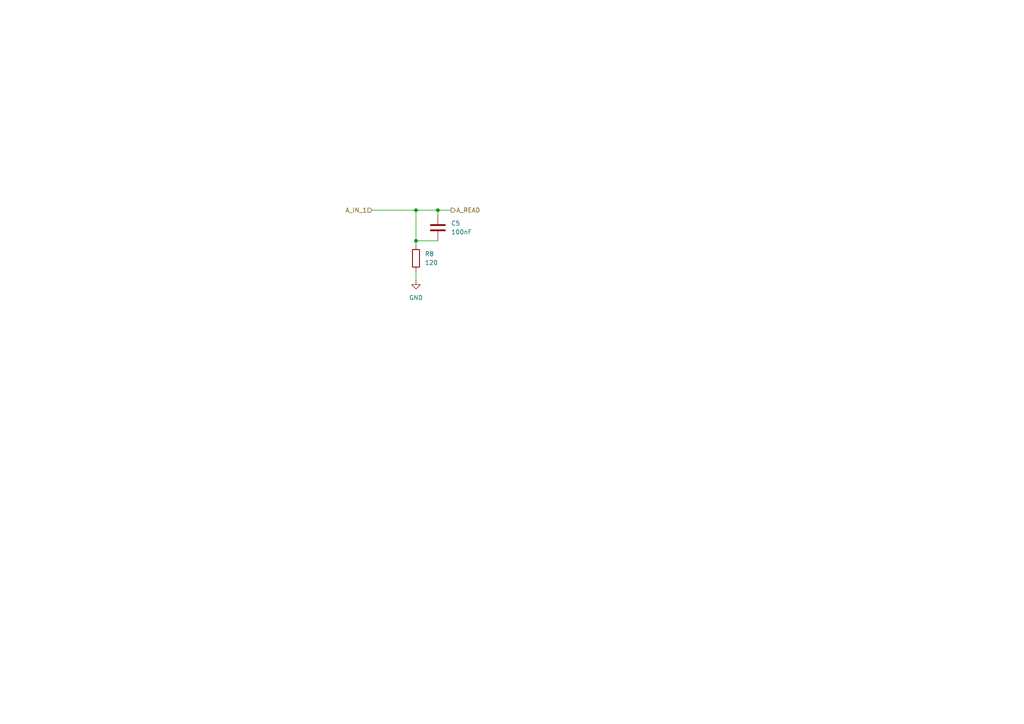
<source format=kicad_sch>
(kicad_sch
	(version 20250114)
	(generator "eeschema")
	(generator_version "9.0")
	(uuid "5cf50800-1ca6-49e1-904e-66de7002e260")
	(paper "A4")
	(lib_symbols
		(symbol "Device:C"
			(pin_numbers
				(hide yes)
			)
			(pin_names
				(offset 0.254)
			)
			(exclude_from_sim no)
			(in_bom yes)
			(on_board yes)
			(property "Reference" "C"
				(at 0.635 2.54 0)
				(effects
					(font
						(size 1.27 1.27)
					)
					(justify left)
				)
			)
			(property "Value" "C"
				(at 0.635 -2.54 0)
				(effects
					(font
						(size 1.27 1.27)
					)
					(justify left)
				)
			)
			(property "Footprint" ""
				(at 0.9652 -3.81 0)
				(effects
					(font
						(size 1.27 1.27)
					)
					(hide yes)
				)
			)
			(property "Datasheet" "~"
				(at 0 0 0)
				(effects
					(font
						(size 1.27 1.27)
					)
					(hide yes)
				)
			)
			(property "Description" "Unpolarized capacitor"
				(at 0 0 0)
				(effects
					(font
						(size 1.27 1.27)
					)
					(hide yes)
				)
			)
			(property "ki_keywords" "cap capacitor"
				(at 0 0 0)
				(effects
					(font
						(size 1.27 1.27)
					)
					(hide yes)
				)
			)
			(property "ki_fp_filters" "C_*"
				(at 0 0 0)
				(effects
					(font
						(size 1.27 1.27)
					)
					(hide yes)
				)
			)
			(symbol "C_0_1"
				(polyline
					(pts
						(xy -2.032 0.762) (xy 2.032 0.762)
					)
					(stroke
						(width 0.508)
						(type default)
					)
					(fill
						(type none)
					)
				)
				(polyline
					(pts
						(xy -2.032 -0.762) (xy 2.032 -0.762)
					)
					(stroke
						(width 0.508)
						(type default)
					)
					(fill
						(type none)
					)
				)
			)
			(symbol "C_1_1"
				(pin passive line
					(at 0 3.81 270)
					(length 2.794)
					(name "~"
						(effects
							(font
								(size 1.27 1.27)
							)
						)
					)
					(number "1"
						(effects
							(font
								(size 1.27 1.27)
							)
						)
					)
				)
				(pin passive line
					(at 0 -3.81 90)
					(length 2.794)
					(name "~"
						(effects
							(font
								(size 1.27 1.27)
							)
						)
					)
					(number "2"
						(effects
							(font
								(size 1.27 1.27)
							)
						)
					)
				)
			)
			(embedded_fonts no)
		)
		(symbol "Device:R"
			(pin_numbers
				(hide yes)
			)
			(pin_names
				(offset 0)
			)
			(exclude_from_sim no)
			(in_bom yes)
			(on_board yes)
			(property "Reference" "R"
				(at 2.032 0 90)
				(effects
					(font
						(size 1.27 1.27)
					)
				)
			)
			(property "Value" "R"
				(at 0 0 90)
				(effects
					(font
						(size 1.27 1.27)
					)
				)
			)
			(property "Footprint" ""
				(at -1.778 0 90)
				(effects
					(font
						(size 1.27 1.27)
					)
					(hide yes)
				)
			)
			(property "Datasheet" "~"
				(at 0 0 0)
				(effects
					(font
						(size 1.27 1.27)
					)
					(hide yes)
				)
			)
			(property "Description" "Resistor"
				(at 0 0 0)
				(effects
					(font
						(size 1.27 1.27)
					)
					(hide yes)
				)
			)
			(property "ki_keywords" "R res resistor"
				(at 0 0 0)
				(effects
					(font
						(size 1.27 1.27)
					)
					(hide yes)
				)
			)
			(property "ki_fp_filters" "R_*"
				(at 0 0 0)
				(effects
					(font
						(size 1.27 1.27)
					)
					(hide yes)
				)
			)
			(symbol "R_0_1"
				(rectangle
					(start -1.016 -2.54)
					(end 1.016 2.54)
					(stroke
						(width 0.254)
						(type default)
					)
					(fill
						(type none)
					)
				)
			)
			(symbol "R_1_1"
				(pin passive line
					(at 0 3.81 270)
					(length 1.27)
					(name "~"
						(effects
							(font
								(size 1.27 1.27)
							)
						)
					)
					(number "1"
						(effects
							(font
								(size 1.27 1.27)
							)
						)
					)
				)
				(pin passive line
					(at 0 -3.81 90)
					(length 1.27)
					(name "~"
						(effects
							(font
								(size 1.27 1.27)
							)
						)
					)
					(number "2"
						(effects
							(font
								(size 1.27 1.27)
							)
						)
					)
				)
			)
			(embedded_fonts no)
		)
		(symbol "power:GND"
			(power)
			(pin_numbers
				(hide yes)
			)
			(pin_names
				(offset 0)
				(hide yes)
			)
			(exclude_from_sim no)
			(in_bom yes)
			(on_board yes)
			(property "Reference" "#PWR"
				(at 0 -6.35 0)
				(effects
					(font
						(size 1.27 1.27)
					)
					(hide yes)
				)
			)
			(property "Value" "GND"
				(at 0 -3.81 0)
				(effects
					(font
						(size 1.27 1.27)
					)
				)
			)
			(property "Footprint" ""
				(at 0 0 0)
				(effects
					(font
						(size 1.27 1.27)
					)
					(hide yes)
				)
			)
			(property "Datasheet" ""
				(at 0 0 0)
				(effects
					(font
						(size 1.27 1.27)
					)
					(hide yes)
				)
			)
			(property "Description" "Power symbol creates a global label with name \"GND\" , ground"
				(at 0 0 0)
				(effects
					(font
						(size 1.27 1.27)
					)
					(hide yes)
				)
			)
			(property "ki_keywords" "global power"
				(at 0 0 0)
				(effects
					(font
						(size 1.27 1.27)
					)
					(hide yes)
				)
			)
			(symbol "GND_0_1"
				(polyline
					(pts
						(xy 0 0) (xy 0 -1.27) (xy 1.27 -1.27) (xy 0 -2.54) (xy -1.27 -1.27) (xy 0 -1.27)
					)
					(stroke
						(width 0)
						(type default)
					)
					(fill
						(type none)
					)
				)
			)
			(symbol "GND_1_1"
				(pin power_in line
					(at 0 0 270)
					(length 0)
					(name "~"
						(effects
							(font
								(size 1.27 1.27)
							)
						)
					)
					(number "1"
						(effects
							(font
								(size 1.27 1.27)
							)
						)
					)
				)
			)
			(embedded_fonts no)
		)
	)
	(junction
		(at 120.65 60.96)
		(diameter 0)
		(color 0 0 0 0)
		(uuid "260a0800-4cf1-4fd3-b279-cc91bd851748")
	)
	(junction
		(at 127 60.96)
		(diameter 0)
		(color 0 0 0 0)
		(uuid "5781d488-d2bf-4dcc-b79f-9145902aa59c")
	)
	(junction
		(at 120.65 69.85)
		(diameter 0)
		(color 0 0 0 0)
		(uuid "7789338d-9554-4f79-9501-f5919a92df54")
	)
	(wire
		(pts
			(xy 120.65 69.85) (xy 127 69.85)
		)
		(stroke
			(width 0)
			(type default)
		)
		(uuid "401a7135-ce40-4839-af81-95ee84739da4")
	)
	(wire
		(pts
			(xy 120.65 60.96) (xy 127 60.96)
		)
		(stroke
			(width 0)
			(type default)
		)
		(uuid "44ef6844-9efd-45d5-a6ed-b3f044fdaf36")
	)
	(wire
		(pts
			(xy 127 60.96) (xy 130.81 60.96)
		)
		(stroke
			(width 0)
			(type default)
		)
		(uuid "4b9a2e98-3983-4072-9a58-9392257f59b8")
	)
	(wire
		(pts
			(xy 120.65 69.85) (xy 120.65 71.12)
		)
		(stroke
			(width 0)
			(type default)
		)
		(uuid "59d0c33c-6906-4d0a-b83e-479fa8feb83a")
	)
	(wire
		(pts
			(xy 107.95 60.96) (xy 120.65 60.96)
		)
		(stroke
			(width 0)
			(type default)
		)
		(uuid "6334d4a6-4aca-4f60-b1d7-4292e6227b4f")
	)
	(wire
		(pts
			(xy 120.65 78.74) (xy 120.65 81.28)
		)
		(stroke
			(width 0)
			(type default)
		)
		(uuid "b38d68c5-14ea-405d-ae1a-ed6fdf4c9eb1")
	)
	(wire
		(pts
			(xy 120.65 60.96) (xy 120.65 69.85)
		)
		(stroke
			(width 0)
			(type default)
		)
		(uuid "e1dbf3df-0106-4259-9fbe-ba5e53ef0d9f")
	)
	(wire
		(pts
			(xy 127 60.96) (xy 127 62.23)
		)
		(stroke
			(width 0)
			(type default)
		)
		(uuid "fa1c8ac9-1472-45ab-8c52-d5c90f0a65e2")
	)
	(hierarchical_label "A_IN_1"
		(shape input)
		(at 107.95 60.96 180)
		(effects
			(font
				(size 1.27 1.27)
			)
			(justify right)
		)
		(uuid "67148980-44e3-478f-8e4b-ab2b8b877790")
	)
	(hierarchical_label "A_READ"
		(shape output)
		(at 130.81 60.96 0)
		(effects
			(font
				(size 1.27 1.27)
			)
			(justify left)
		)
		(uuid "93246733-bf6c-4b8d-9c67-2ab0fcfe7642")
	)
	(symbol
		(lib_id "Device:R")
		(at 120.65 74.93 180)
		(unit 1)
		(exclude_from_sim no)
		(in_bom yes)
		(on_board yes)
		(dnp no)
		(fields_autoplaced yes)
		(uuid "06de1664-3be1-4d57-8c4f-078139e7dcba")
		(property "Reference" "R8"
			(at 123.19 73.6599 0)
			(effects
				(font
					(size 1.27 1.27)
				)
				(justify right)
			)
		)
		(property "Value" "120"
			(at 123.19 76.1999 0)
			(effects
				(font
					(size 1.27 1.27)
				)
				(justify right)
			)
		)
		(property "Footprint" ""
			(at 122.428 74.93 90)
			(effects
				(font
					(size 1.27 1.27)
				)
				(hide yes)
			)
		)
		(property "Datasheet" "~"
			(at 120.65 74.93 0)
			(effects
				(font
					(size 1.27 1.27)
				)
				(hide yes)
			)
		)
		(property "Description" "Resistor"
			(at 120.65 74.93 0)
			(effects
				(font
					(size 1.27 1.27)
				)
				(hide yes)
			)
		)
		(property "Tolerance" "0.1-1%"
			(at 120.65 74.93 0)
			(effects
				(font
					(size 1.27 1.27)
				)
				(hide yes)
			)
		)
		(pin "1"
			(uuid "e4deee99-bdfb-4926-835b-a40e634ef5a5")
		)
		(pin "2"
			(uuid "694f6152-f950-447b-8253-ede09748c302")
		)
		(instances
			(project "NIVARA PROJECT"
				(path "/dc6fb271-dfd0-4448-98f1-862b1cc93a80/2ca62569-d560-4cca-9470-52fd378086ae/206f19d7-aeef-461c-a29a-98d9c7bd98e3"
					(reference "R8")
					(unit 1)
				)
			)
		)
	)
	(symbol
		(lib_id "Device:C")
		(at 127 66.04 0)
		(unit 1)
		(exclude_from_sim no)
		(in_bom yes)
		(on_board yes)
		(dnp no)
		(fields_autoplaced yes)
		(uuid "8dc10990-ecfa-4d73-b937-38e63763ab89")
		(property "Reference" "C5"
			(at 130.81 64.7699 0)
			(effects
				(font
					(size 1.27 1.27)
				)
				(justify left)
			)
		)
		(property "Value" "100nF"
			(at 130.81 67.3099 0)
			(effects
				(font
					(size 1.27 1.27)
				)
				(justify left)
			)
		)
		(property "Footprint" ""
			(at 127.9652 69.85 0)
			(effects
				(font
					(size 1.27 1.27)
				)
				(hide yes)
			)
		)
		(property "Datasheet" "~"
			(at 127 66.04 0)
			(effects
				(font
					(size 1.27 1.27)
				)
				(hide yes)
			)
		)
		(property "Description" "Unpolarized capacitor"
			(at 127 66.04 0)
			(effects
				(font
					(size 1.27 1.27)
				)
				(hide yes)
			)
		)
		(pin "2"
			(uuid "9a9252a6-9f1c-4a88-ac04-65352c4d10a2")
		)
		(pin "1"
			(uuid "fbf81231-655c-412e-9082-159a512f063b")
		)
		(instances
			(project ""
				(path "/dc6fb271-dfd0-4448-98f1-862b1cc93a80/2ca62569-d560-4cca-9470-52fd378086ae/206f19d7-aeef-461c-a29a-98d9c7bd98e3"
					(reference "C5")
					(unit 1)
				)
			)
		)
	)
	(symbol
		(lib_id "power:GND")
		(at 120.65 81.28 0)
		(unit 1)
		(exclude_from_sim no)
		(in_bom yes)
		(on_board yes)
		(dnp no)
		(fields_autoplaced yes)
		(uuid "fb689e34-0b60-4d3f-8556-1e14706045f9")
		(property "Reference" "#PWR029"
			(at 120.65 87.63 0)
			(effects
				(font
					(size 1.27 1.27)
				)
				(hide yes)
			)
		)
		(property "Value" "GND"
			(at 120.65 86.36 0)
			(effects
				(font
					(size 1.27 1.27)
				)
			)
		)
		(property "Footprint" ""
			(at 120.65 81.28 0)
			(effects
				(font
					(size 1.27 1.27)
				)
				(hide yes)
			)
		)
		(property "Datasheet" ""
			(at 120.65 81.28 0)
			(effects
				(font
					(size 1.27 1.27)
				)
				(hide yes)
			)
		)
		(property "Description" "Power symbol creates a global label with name \"GND\" , ground"
			(at 120.65 81.28 0)
			(effects
				(font
					(size 1.27 1.27)
				)
				(hide yes)
			)
		)
		(pin "1"
			(uuid "ce5aeb2c-4b6f-4319-a5ae-0ff72d1fee6d")
		)
		(instances
			(project "NIVARA PROJECT"
				(path "/dc6fb271-dfd0-4448-98f1-862b1cc93a80/2ca62569-d560-4cca-9470-52fd378086ae/206f19d7-aeef-461c-a29a-98d9c7bd98e3"
					(reference "#PWR029")
					(unit 1)
				)
			)
		)
	)
)

</source>
